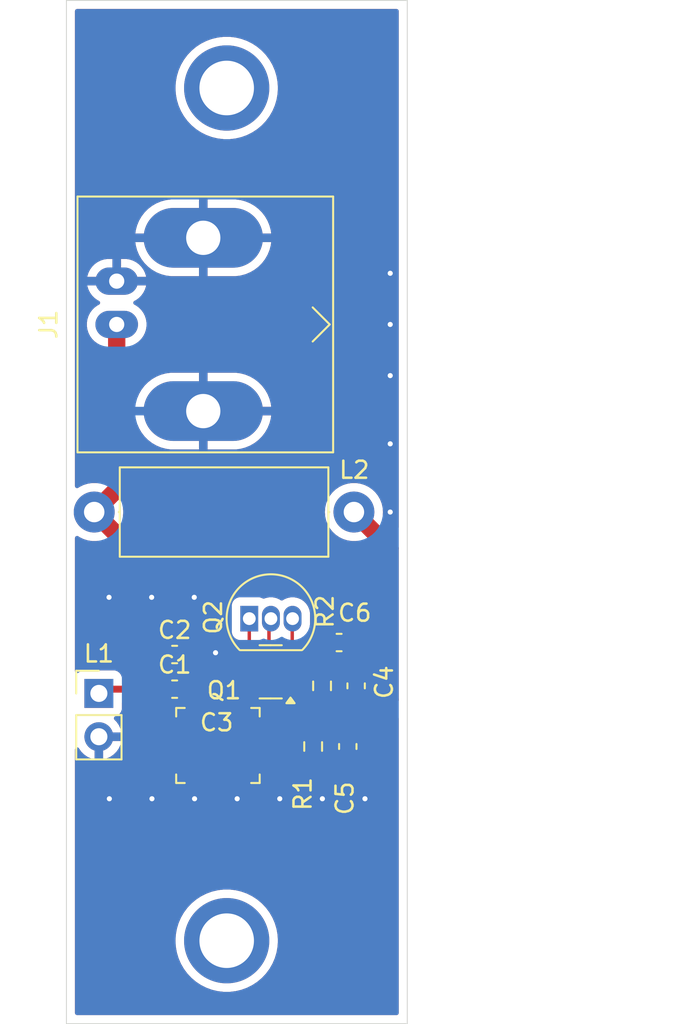
<source format=kicad_pcb>
(kicad_pcb (version 20240108) (generator "pcbnew") (generator_version "8.0")
  (layers (0 "F.Cu" signal) (31 "B.Cu" signal) (34 "B.Paste" user) (35 "F.Paste" user) (36 "B.SilkS" user "B.Silkscreen") (37 "F.SilkS" user "F.Silkscreen") (38 "B.Mask" user) (39 "F.Mask" user) (44 "Edge.Cuts" user))
  (net 0 "")
  (net 1 "<NO NET>")
  (net 2 "Net-(Q1-G)")
  (net 3 "Net-(C4-Pad1)")
  (net 4 "Net-(Q1-S)")
  (net 5 "Net-(J1-In)")
  (net 6 "Net-(Q1-D)")
  (net 7 "GND")
  (footprint "Connector_PinHeader_2.54mm:PinHeader_1x02_P2.54mm_Vertical" (layer "F.Cu") (at 121.904 105.635)
    (property "Reference" "L1" (at 0 -2.33 0) (layer "F.SilkS"))
    (property "Value" "DCF_ANT")
    (fp_line (start -1.33 -1.33) (end 0 -1.33) (stroke (width 0.12)) (layer "F.SilkS"))
    (fp_line (start -1.33 0) (end -1.33 -1.33) (stroke (width 0.12)) (layer "F.SilkS"))
    (fp_line (start -1.33 1.27) (end -1.33 3.87) (stroke (width 0.12)) (layer "F.SilkS"))
    (fp_line (start -1.33 1.27) (end 1.33 1.27) (stroke (width 0.12)) (layer "F.SilkS"))
    (fp_line (start -1.33 3.87) (end 1.33 3.87) (stroke (width 0.12)) (layer "F.SilkS"))
    (fp_line (start 1.33 1.27) (end 1.33 3.87) (stroke (width 0.12)) (layer "F.SilkS"))
    (pad "1" thru_hole rect (at 0 0) (size 1.7 1.7) (drill 1) (layers "*.Cu" "*.Mask") (net 2 "Net-(Q1-G)"))
    (pad "2" thru_hole oval (at 0 2.54) (size 1.7 1.7) (drill 1) (layers "*.Cu" "*.Mask") (net 7 "GND"))
    (pad "3" thru_hole circle (at 7.5 -35.5) (size 5 5) (drill 3.2) (layers "*.Cu" "*.Mask"))
    (pad "3" thru_hole circle (at 7.5 14.5) (size 5 5) (drill 3.2) (layers "*.Cu" "*.Mask"))
  )
  (footprint "Capacitor_SMD:C_0603_1608Metric_Pad1.08x0.95mm_HandSolder" (layer "F.Cu") (at 136.51 108.748 -90)
    (property "Reference" "C5" (at 3.0388 0.1778 90) (layer "F.SilkS"))
    (property "Value" "10nF")
    (fp_line (start -0.146267 0.51) (end 0.146267 0.51) (stroke (width 0.12)) (layer "F.SilkS"))
    (fp_line (start -0.146267 -0.51) (end 0.146267 -0.51) (stroke (width 0.12)) (layer "F.SilkS"))
    (pad "1" smd roundrect (at -0.8625 0 270) (size 1.075 0.95) (layers "F.Cu" "F.Paste" "F.Mask") (net 4 "Net-(Q1-S)"))
    (pad "2" smd roundrect (at 0.8625 0 270) (size 1.075 0.95) (layers "F.Cu" "F.Paste" "F.Mask") (net 7 "GND"))
  )
  (footprint "Package_TO_SOT_SMD:SOT-23" (layer "F.Cu") (at 131.9855 104.37 180)
    (property "Reference" "Q1" (at 2.7399 -1.0922 180) (layer "F.SilkS"))
    (property "Value" "BF545A")
    (fp_line (start 0 1.56) (end 0.65 1.56) (stroke (width 0.12)) (layer "F.SilkS"))
    (fp_line (start 0 1.56) (end -0.65 1.56) (stroke (width 0.12)) (layer "F.SilkS"))
    (fp_line (start 0 -1.56) (end 0.65 -1.56) (stroke (width 0.12)) (layer "F.SilkS"))
    (fp_line (start 0 -1.56) (end -0.65 -1.56) (stroke (width 0.12)) (layer "F.SilkS"))
    (fp_poly (pts (xy -1.1625 -1.51) (xy -1.4025 -1.84) (xy -0.9225 -1.84) (xy -1.1625 -1.51)) (stroke (width 0.12)) (fill solid) (layer "F.SilkS"))
    (pad "1" smd roundrect (at -0.9375 -0.95 180) (size 1.475 0.6) (layers "F.Cu" "F.Paste" "F.Mask") (net 4 "Net-(Q1-S)"))
    (pad "2" smd roundrect (at -0.9375 0.95 180) (size 1.475 0.6) (layers "F.Cu" "F.Paste" "F.Mask") (net 6 "Net-(Q1-D)"))
    (pad "3" smd roundrect (at 0.9375 0 180) (size 1.475 0.6) (layers "F.Cu" "F.Paste" "F.Mask") (net 2 "Net-(Q1-G)"))
  )
  (footprint "Inductor_THT:L_Axial_L12.0mm_D5.0mm_P15.24mm_Horizontal_Fastron_MISC" (layer "F.Cu") (at 136.87 95 180)
    (property "Reference" "L2" (at -0.021 2.4664 180) (layer "F.SilkS"))
    (property "Value" "1mH")
    (fp_line (start 13.8 0) (end 13.74 0) (stroke (width 0.12)) (layer "F.SilkS"))
    (fp_line (start 13.74 2.62) (end 13.74 -2.62) (stroke (width 0.12)) (layer "F.SilkS"))
    (fp_line (start 13.74 -2.62) (end 1.5 -2.62) (stroke (width 0.12)) (layer "F.SilkS"))
    (fp_line (start 1.5 2.62) (end 13.74 2.62) (stroke (width 0.12)) (layer "F.SilkS"))
    (fp_line (start 1.5 -2.62) (end 1.5 2.62) (stroke (width 0.12)) (layer "F.SilkS"))
    (fp_line (start 1.44 0) (end 1.5 0) (stroke (width 0.12)) (layer "F.SilkS"))
    (pad "1" thru_hole circle (at 0 0 180) (size 2.4 2.4) (drill 1.2) (layers "*.Cu" "*.Mask") (net 3 "Net-(C4-Pad1)"))
    (pad "2" thru_hole oval (at 15.24 0 180) (size 2.4 2.4) (drill 1.2) (layers "*.Cu" "*.Mask") (net 5 "Net-(J1-In)"))
  )
  (footprint "Connector_Coaxial:BNC_Horizontal" (layer "F.Cu") (at 122.95 84 -90)
    (property "Reference" "J1" (at 0 4 -90) (layer "F.SilkS"))
    (property "Value" "Conn_Coaxial")
    (fp_line (start -7.5 2.3) (end -7.5 -12.7) (stroke (width 0.12)) (layer "F.SilkS"))
    (fp_line (start 7.5 2.3) (end -7.5 2.3) (stroke (width 0.12)) (layer "F.SilkS"))
    (fp_line (start 0 -12.5) (end -1 -11.5) (stroke (width 0.12)) (layer "F.SilkS"))
    (fp_line (start 0 -12.5) (end 1 -11.5) (stroke (width 0.12)) (layer "F.SilkS"))
    (fp_line (start -7.5 -12.7) (end 7.5 -12.7) (stroke (width 0.12)) (layer "F.SilkS"))
    (fp_line (start 7.5 -12.7) (end 7.5 2.3) (stroke (width 0.12)) (layer "F.SilkS"))
    (pad "1" thru_hole oval (at 0 0 270) (size 1.6 2.5) (drill 0.89) (layers "*.Cu" "*.Mask") (net 5 "Net-(J1-In)"))
    (pad "2" thru_hole oval (at -5.08 -5.08 270) (size 3.5 7) (drill 2.01) (layers "*.Cu" "*.Mask") (net 7 "GND"))
    (pad "2" thru_hole oval (at -2.54 0 270) (size 1.6 2.5) (drill 0.89) (layers "*.Cu" "*.Mask") (net 7 "GND"))
    (pad "2" thru_hole oval (at 5.08 -5.08 270) (size 3.5 7) (drill 2.01) (layers "*.Cu" "*.Mask") (net 7 "GND"))
  )
  (footprint "Capacitor_SMD:C_0603_1608Metric_Pad1.08x0.95mm_HandSolder" (layer "F.Cu") (at 126.35 103.354)
    (property "Reference" "C2" (at 0 -1.43 0) (layer "F.SilkS"))
    (property "Value" "56pF")
    (fp_line (start -0.146267 -0.51) (end 0.146267 -0.51) (stroke (width 0.12)) (layer "F.SilkS"))
    (fp_line (start -0.146267 0.51) (end 0.146267 0.51) (stroke (width 0.12)) (layer "F.SilkS"))
    (pad "1" smd roundrect (at -0.8625 0) (size 1.075 0.95) (layers "F.Cu" "F.Paste" "F.Mask") (net 2 "Net-(Q1-G)"))
    (pad "2" smd roundrect (at 0.8625 0) (size 1.075 0.95) (layers "F.Cu" "F.Paste" "F.Mask") (net 7 "GND"))
  )
  (footprint "Capacitor_SMD:C_0603_1608Metric_Pad1.08x0.95mm_HandSolder" (layer "F.Cu") (at 136 102.652)
    (property "Reference" "C6" (at 0.9164 -1.7364 0) (layer "F.SilkS"))
    (property "Value" "100nF")
    (fp_line (start -0.146267 -0.51) (end 0.146267 -0.51) (stroke (width 0.12)) (layer "F.SilkS"))
    (fp_line (start -0.146267 0.51) (end 0.146267 0.51) (stroke (width 0.12)) (layer "F.SilkS"))
    (pad "1" smd roundrect (at -0.8625 0) (size 1.075 0.95) (layers "F.Cu" "F.Paste" "F.Mask") (net 6 "Net-(Q1-D)"))
    (pad "2" smd roundrect (at 0.8625 0) (size 1.075 0.95) (layers "F.Cu" "F.Paste" "F.Mask") (net 5 "Net-(J1-In)"))
  )
  (footprint "Resistor_SMD:R_0603_1608Metric_Pad0.98x0.95mm_HandSolder" (layer "F.Cu") (at 134.478 108.748 -90)
    (property "Reference" "R1" (at 2.7848 0.6096 90) (layer "F.SilkS"))
    (property "Value" "100R")
    (fp_line (start -0.254724 0.5225) (end 0.254724 0.5225) (stroke (width 0.12)) (layer "F.SilkS"))
    (fp_line (start -0.254724 -0.5225) (end 0.254724 -0.5225) (stroke (width 0.12)) (layer "F.SilkS"))
    (pad "1" smd roundrect (at -0.9125 0 270) (size 0.975 0.95) (layers "F.Cu" "F.Paste" "F.Mask") (net 4 "Net-(Q1-S)"))
    (pad "2" smd roundrect (at 0.9125 0 270) (size 0.975 0.95) (layers "F.Cu" "F.Paste" "F.Mask") (net 7 "GND"))
  )
  (footprint "Capacitor_SMD:C_0603_1608Metric_Pad1.08x0.95mm_HandSolder" (layer "F.Cu") (at 137 105.192 90)
    (property "Reference" "C4" (at 0.2124 1.6436 -90) (layer "F.SilkS"))
    (property "Value" "47uF")
    (fp_line (start -0.146267 -0.51) (end 0.146267 -0.51) (stroke (width 0.12)) (layer "F.SilkS"))
    (fp_line (start -0.146267 0.51) (end 0.146267 0.51) (stroke (width 0.12)) (layer "F.SilkS"))
    (pad "1" smd roundrect (at -0.8625 0 90) (size 1.075 0.95) (layers "F.Cu" "F.Paste" "F.Mask") (net 3 "Net-(C4-Pad1)"))
    (pad "2" smd roundrect (at 0.8625 0 90) (size 1.075 0.95) (layers "F.Cu" "F.Paste" "F.Mask") (net 1 "<NO NET>"))
  )
  (footprint "Capacitor_SMD:C_0603_1608Metric_Pad1.08x0.95mm_HandSolder" (layer "F.Cu") (at 126.35 105.386)
    (property "Reference" "C1" (at 0 -1.43 0) (layer "F.SilkS"))
    (property "Value" "270p")
    (fp_line (start -0.146267 -0.51) (end 0.146267 -0.51) (stroke (width 0.12)) (layer "F.SilkS"))
    (fp_line (start -0.146267 0.51) (end 0.146267 0.51) (stroke (width 0.12)) (layer "F.SilkS"))
    (pad "1" smd roundrect (at -0.8625 0) (size 1.075 0.95) (layers "F.Cu" "F.Paste" "F.Mask") (net 2 "Net-(Q1-G)"))
    (pad "2" smd roundrect (at 0.8625 0) (size 1.075 0.95) (layers "F.Cu" "F.Paste" "F.Mask") (net 7 "GND"))
  )
  (footprint "Capacitor_SMD:C_Trimmer_Murata_TZB4-B" (layer "F.Cu") (at 128.89 108.688)
    (property "Reference" "C3" (at -0.0762 -1.3462 0) (layer "F.SilkS"))
    (property "Value" "6-25pF")
    (fp_line (start -2.45 -2.2) (end -2.45 -1.7) (stroke (width 0.12)) (layer "F.SilkS"))
    (fp_line (start -2.45 -2.2) (end -1.95 -2.2) (stroke (width 0.12)) (layer "F.SilkS"))
    (fp_line (start -2.45 2.2) (end -2.45 1.7) (stroke (width 0.12)) (layer "F.SilkS"))
    (fp_line (start -2.45 2.2) (end -1.95 2.2) (stroke (width 0.12)) (layer "F.SilkS"))
    (fp_line (start 2.45 -2.2) (end 1.95 -2.2) (stroke (width 0.12)) (layer "F.SilkS"))
    (fp_line (start 2.45 -2.2) (end 2.45 -1.7) (stroke (width 0.12)) (layer "F.SilkS"))
    (fp_line (start 2.45 2.2) (end 1.95 2.2) (stroke (width 0.12)) (layer "F.SilkS"))
    (fp_line (start 2.45 2.2) (end 2.45 1.7) (stroke (width 0.12)) (layer "F.SilkS"))
    (pad "1" smd rect (at -3 0) (size 2 1.6) (layers "F.Cu" "F.Paste" "F.Mask") (net 2 "Net-(Q1-G)"))
    (pad "2" smd rect (at 3 0) (size 2 1.6) (layers "F.Cu" "F.Paste" "F.Mask") (net 7 "GND"))
  )
  (footprint "Package_TO_SOT_THT:TO-92_Inline" (layer "F.Cu") (at 130.73 101.25)
    (property "Reference" "Q2" (at -2.1194 -0.0804 90) (layer "F.SilkS"))
    (property "Value" "BF245A")
    (fp_line (start -0.53 1.85) (end 3.07 1.85) (stroke (width 0.12)) (layer "F.SilkS"))
    (fp_arc (start -0.568478 1.838478) (mid -1.132087 -0.994977) (end 1.27 -2.6) (stroke (width 0.12)) (layer "F.SilkS"))
    (fp_arc (start 1.27 -2.6) (mid 3.672087 -0.994977) (end 3.108478 1.838478) (stroke (width 0.12)) (layer "F.SilkS"))
    (pad "1" thru_hole rect (at 0 0) (size 1.05 1.5) (drill 0.75) (layers "*.Cu" "*.Mask") (net 2 "Net-(Q1-G)"))
    (pad "2" thru_hole oval (at 1.27 0) (size 1.05 1.5) (drill 0.75) (layers "*.Cu" "*.Mask") (net 4 "Net-(Q1-S)"))
    (pad "3" thru_hole oval (at 2.54 0) (size 1.05 1.5) (drill 0.75) (layers "*.Cu" "*.Mask") (net 6 "Net-(Q1-D)"))
  )
  (footprint "Resistor_SMD:R_0603_1608Metric_Pad0.98x0.95mm_HandSolder" (layer "F.Cu") (at 135 105.192 90)
    (property "Reference" "R2" (at 4.3526 0.1638 -90) (layer "F.SilkS"))
    (property "Value" "1k")
    (fp_line (start -0.254724 -0.5225) (end 0.254724 -0.5225) (stroke (width 0.12)) (layer "F.SilkS"))
    (fp_line (start -0.254724 0.5225) (end 0.254724 0.5225) (stroke (width 0.12)) (layer "F.SilkS"))
    (pad "1" smd roundrect (at -0.9125 0 90) (size 0.975 0.95) (layers "F.Cu" "F.Paste" "F.Mask") (net 3 "Net-(C4-Pad1)"))
    (pad "2" smd roundrect (at 0.9125 0 90) (size 0.975 0.95) (layers "F.Cu" "F.Paste" "F.Mask") (net 6 "Net-(Q1-D)"))
  )
  (gr_line (start 120 125) (end 120 65) (stroke (width 0.05)) (layer "Edge.Cuts"))
  (gr_line (start 140 65) (end 140 125) (stroke (width 0.05)) (layer "Edge.Cuts"))
  (gr_line (start 140 125) (end 120 125) (stroke (width 0.05)) (layer "Edge.Cuts"))
  (gr_line (start 120 65) (end 140 65) (stroke (width 0.05)) (layer "Edge.Cuts"))
  (segment (start 125.4875 108.2855) (end 125.89 108.688) (width 0.4064) (layer "F.Cu") (net 2))
  (segment (start 125.4875 105.386) (end 122.153 105.386) (width 0.4064) (layer "F.Cu") (net 2))
  (segment (start 130.73 104.052) (end 131.048 104.37) (width 0.2) (layer "F.Cu") (net 2))
  (segment (start 125.4875 105.386) (end 125.4875 108.2855) (width 0.4064) (layer "F.Cu") (net 2))
  (segment (start 125.4875 104.37) (end 125.4875 105.386) (width 0.4064) (layer "F.Cu") (net 2))
  (segment (start 122.153 105.386) (end 121.904 105.635) (width 0.4064) (layer "F.Cu") (net 2))
  (segment (start 125.4875 103.354) (end 125.4875 104.37) (width 0.4064) (layer "F.Cu") (net 2))
  (segment (start 130.73 101.25) (end 130.73 104.052) (width 0.2) (layer "F.Cu") (net 2))
  (segment (start 125.4875 104.37) (end 130.854 104.37) (width 0.4064) (layer "F.Cu") (net 2))
  (segment (start 137 106.0545) (end 135.05 106.0545) (width 1.016) (layer "F.Cu") (net 3))
  (segment (start 136.87 95) (end 138.992 97.122) (width 1.016) (layer "F.Cu") (net 3))
  (segment (start 136.87 95) (end 137 95.13) (width 0.4064) (layer "F.Cu") (net 3))
  (segment (start 138.992 106) (end 138.9375 106.0545) (width 1.016) (layer "F.Cu") (net 3))
  (segment (start 138.992 97.122) (end 138.992 106) (width 1.016) (layer "F.Cu") (net 3))
  (segment (start 135.05 106.0545) (end 135 106.1045) (width 1.016) (layer "F.Cu") (net 3))
  (segment (start 138.9375 106.0545) (end 137 106.0545) (width 1.016) (layer "F.Cu") (net 3))
  (segment (start 131.8855 101.3645) (end 131.8855 103.829448) (width 0.2) (layer "F.Cu") (net 4))
  (segment (start 136.46 107.8355) (end 136.51 107.8855) (width 0.4064) (layer "F.Cu") (net 4))
  (segment (start 132 101.25) (end 131.8855 101.3645) (width 0.2) (layer "F.Cu") (net 4))
  (segment (start 132.923 106.2805) (end 134.478 107.8355) (width 0.4064) (layer "F.Cu") (net 4))
  (segment (start 134.478 107.8355) (end 136.46 107.8355) (width 0.4064) (layer "F.Cu") (net 4))
  (segment (start 132.923 105.32) (end 132.923 106.2805) (width 0.4064) (layer "F.Cu") (net 4))
  (segment (start 131.8855 103.829448) (end 132.923 104.866948) (width 0.2) (layer "F.Cu") (net 4))
  (segment (start 132.923 104.866948) (end 132.923 105.32) (width 0.2) (layer "F.Cu") (net 4))
  (segment (start 123.5578 96.9278) (end 121.63 95) (width 1.016) (layer "F.Cu") (net 5))
  (segment (start 136.8625 102.652) (end 136.8625 99.3625) (width 1.016) (layer "F.Cu") (net 5))
  (segment (start 122.95 90.75) (end 122.95 93.68) (width 1.016) (layer "F.Cu") (net 5))
  (segment (start 134.4278 96.9278) (end 123.5578 96.9278) (width 1.016) (layer "F.Cu") (net 5))
  (segment (start 122.95 93.68) (end 121.63 95) (width 1.016) (layer "F.Cu") (net 5))
  (segment (start 122.95 84) (end 122.95 90.75) (width 1.016) (layer "F.Cu") (net 5))
  (segment (start 136.8625 99.3625) (end 134.4278 96.9278) (width 1.016) (layer "F.Cu") (net 5))
  (segment (start 135.1375 104.142) (end 135 104.2795) (width 1.016) (layer "F.Cu") (net 6))
  (segment (start 133.27 101.25) (end 133.25 101.25) (width 0.2) (layer "F.Cu") (net 6))
  (segment (start 133.25 103.093) (end 132.923 103.42) (width 0.2) (layer "F.Cu") (net 6))
  (segment (start 135.1375 102.652) (end 135.1375 104.142) (width 1.016) (layer "F.Cu") (net 6))
  (segment (start 132.923 103.42) (end 134.1405 103.42) (width 0.4064) (layer "F.Cu") (net 6))
  (segment (start 134.1405 103.42) (end 135 104.2795) (width 0.4064) (layer "F.Cu") (net 6))
  (segment (start 133.25 101.25) (end 133.25 103.093) (width 0.2) (layer "F.Cu") (net 6))
  (via (at 139 81) (size 0.6) (drill 0.3) (layers "F.Cu" "B.Cu") (net 7))
  (via (at 125.0184 111.8122) (size 0.6) (drill 0.3) (layers "F.Cu" "B.Cu") (net 7))
  (via (at 127.5184 111.8122) (size 0.6) (drill 0.3) (layers "F.Cu" "B.Cu") (net 7))
  (via (at 139 84) (size 0.6) (drill 0.3) (layers "F.Cu" "B.Cu") (net 7))
  (via (at 128.75 103.25) (size 0.6) (drill 0.3) (layers "F.Cu" "B.Cu") (net 7))
  (via (at 130.0184 111.8122) (size 0.6) (drill 0.3) (layers "F.Cu" "B.Cu") (net 7))
  (via (at 135.0184 111.8122) (size 0.6) (drill 0.3) (layers "F.Cu" "B.Cu") (net 7))
  (via (at 132.5184 111.8122) (size 0.6) (drill 0.3) (layers "F.Cu" "B.Cu") (net 7))
  (via (at 139 91) (size 0.6) (drill 0.3) (layers "F.Cu" "B.Cu") (net 7))
  (via (at 125 100) (size 0.6) (drill 0.3) (layers "F.Cu" "B.Cu") (net 7))
  (via (at 137.5184 111.8122) (size 0.6) (drill 0.3) (layers "F.Cu" "B.Cu") (net 7))
  (via (at 139 87) (size 0.6) (drill 0.3) (layers "F.Cu" "B.Cu") (net 7))
  (via (at 122.5184 111.8122) (size 0.6) (drill 0.3) (layers "F.Cu" "B.Cu") (net 7))
  (via (at 127.5 100) (size 0.6) (drill 0.3) (layers "F.Cu" "B.Cu") (net 7))
  (via (at 122.5 100) (size 0.6) (drill 0.3) (layers "F.Cu" "B.Cu") (net 7))
  (via (at 139 95) (size 0.6) (drill 0.3) (layers "F.Cu" "B.Cu") (net 7))
  (zone (net 7) (net_name "GND") (layer "F.Cu") (connect_pads (clearance 0.5)) (min_thickness 0.25) (fill yes (thermal_gap 0.5) (thermal_bridge_width 0.5))
    (polygon (pts (xy 120 65) (xy 140 65) (xy 140 125) (xy 120 125)))
  )
  (zone (net 7) (net_name "GND") (layer "B.Cu") (priority 1) (connect_pads (clearance 0.5)) (min_thickness 0.25) (fill yes (thermal_gap 0.5) (thermal_bridge_width 0.5))
    (polygon (pts (xy 120 65) (xy 140 65) (xy 140 125) (xy 120 125)))
  )
)
</source>
